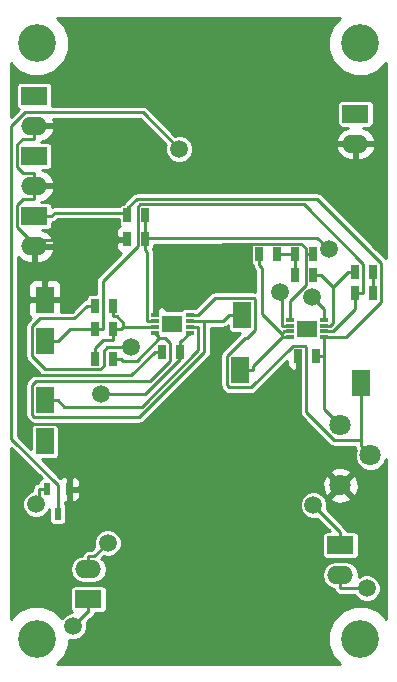
<source format=gbl>
G04 (created by PCBNEW (2013-mar-13)-testing) date Fri 28 Feb 2014 04:48:04 PM CET*
%MOIN*%
G04 Gerber Fmt 3.4, Leading zero omitted, Abs format*
%FSLAX34Y34*%
G01*
G70*
G90*
G04 APERTURE LIST*
%ADD10C,0.005906*%
%ADD11R,0.025000X0.045000*%
%ADD12R,0.086600X0.060000*%
%ADD13O,0.086600X0.060000*%
%ADD14R,0.060000X0.086600*%
%ADD15C,0.070866*%
%ADD16R,0.023600X0.039400*%
%ADD17R,0.029528X0.011811*%
%ADD18R,0.066929X0.055118*%
%ADD19C,0.126000*%
%ADD20C,0.059055*%
%ADD21C,0.011024*%
%ADD22C,0.010000*%
G04 APERTURE END LIST*
G54D10*
G54D11*
X49100Y-22900D03*
X49700Y-22900D03*
X49800Y-26300D03*
X49200Y-26300D03*
X45260Y-26141D03*
X44660Y-26141D03*
G54D12*
X51100Y-18209D03*
G54D13*
X51100Y-19209D03*
G54D12*
X40393Y-17610D03*
G54D13*
X40393Y-18610D03*
G54D12*
X40393Y-19618D03*
G54D13*
X40393Y-20618D03*
G54D12*
X50600Y-32600D03*
G54D13*
X50600Y-33600D03*
G54D12*
X42200Y-34400D03*
G54D13*
X42200Y-33400D03*
G54D14*
X40748Y-29133D03*
X40748Y-27755D03*
X40748Y-24409D03*
G54D12*
X40393Y-21625D03*
G54D13*
X40393Y-22625D03*
G54D14*
X47244Y-26771D03*
X47322Y-24921D03*
X51300Y-27200D03*
X40748Y-25787D03*
G54D11*
X42416Y-25393D03*
X43016Y-25393D03*
X42416Y-24606D03*
X43016Y-24606D03*
X44100Y-21600D03*
X43500Y-21600D03*
X43500Y-22400D03*
X44100Y-22400D03*
X42416Y-26377D03*
X43016Y-26377D03*
X47900Y-22900D03*
X48500Y-22900D03*
X49100Y-23600D03*
X49700Y-23600D03*
X51100Y-23500D03*
X51700Y-23500D03*
X51700Y-24200D03*
X51100Y-24200D03*
G54D15*
X50600Y-28600D03*
X51600Y-29600D03*
X50600Y-30600D03*
G54D16*
X40806Y-30725D03*
X41181Y-31557D03*
X41556Y-30725D03*
G54D17*
X48917Y-25669D03*
X48917Y-25472D03*
X48917Y-25275D03*
X48917Y-25078D03*
X50059Y-25078D03*
X50059Y-25275D03*
X50059Y-25472D03*
X50059Y-25669D03*
G54D18*
X49488Y-25374D03*
G54D17*
X44429Y-25511D03*
X44429Y-25314D03*
X44429Y-25118D03*
X44429Y-24921D03*
X45570Y-24921D03*
X45570Y-25118D03*
X45570Y-25314D03*
X45570Y-25511D03*
G54D18*
X45000Y-25216D03*
G54D19*
X51259Y-35708D03*
X51259Y-15866D03*
X40472Y-15866D03*
X40472Y-35708D03*
G54D20*
X49700Y-31266D03*
X42622Y-27544D03*
X50208Y-22730D03*
X49661Y-24312D03*
X44932Y-24305D03*
X42838Y-32520D03*
X51474Y-34034D03*
X41693Y-35300D03*
X43626Y-26004D03*
X45228Y-19386D03*
X48582Y-24170D03*
X40463Y-31229D03*
G54D21*
X50600Y-32600D02*
X50600Y-32166D01*
X50600Y-32166D02*
X49700Y-31266D01*
X45299Y-25782D02*
X45570Y-25511D01*
X45260Y-25782D02*
X45299Y-25782D01*
X45260Y-26141D02*
X45260Y-25782D01*
X44099Y-27544D02*
X42622Y-27544D01*
X45260Y-26382D02*
X44099Y-27544D01*
X45260Y-26141D02*
X45260Y-26382D01*
X43500Y-21600D02*
X43500Y-21515D01*
X40393Y-21625D02*
X40960Y-21625D01*
X41071Y-21515D02*
X43500Y-21515D01*
X40960Y-21625D02*
X41071Y-21515D01*
X49800Y-26300D02*
X50058Y-26300D01*
X50058Y-28058D02*
X50058Y-26300D01*
X50600Y-28600D02*
X50058Y-28058D01*
X50782Y-25669D02*
X50059Y-25669D01*
X51959Y-24493D02*
X50782Y-25669D01*
X51959Y-23197D02*
X51959Y-24493D01*
X49811Y-21049D02*
X51959Y-23197D01*
X43814Y-21049D02*
X49811Y-21049D01*
X43500Y-21363D02*
X43814Y-21049D01*
X43500Y-21515D02*
X43500Y-21363D01*
X50059Y-26299D02*
X50058Y-26300D01*
X50059Y-25669D02*
X50059Y-26299D01*
X50059Y-24710D02*
X50059Y-25078D01*
X49661Y-24312D02*
X50059Y-24710D01*
X49828Y-22350D02*
X50208Y-22730D01*
X44100Y-22350D02*
X49828Y-22350D01*
X44100Y-22400D02*
X44100Y-22350D01*
X44100Y-22350D02*
X44100Y-21600D01*
X44147Y-22806D02*
X44100Y-22758D01*
X44147Y-25118D02*
X44147Y-22806D01*
X44429Y-25118D02*
X44147Y-25118D01*
X44100Y-22400D02*
X44100Y-22758D01*
X40020Y-20184D02*
X40393Y-20184D01*
X39826Y-19990D02*
X40020Y-20184D01*
X39826Y-19231D02*
X39826Y-19990D01*
X40013Y-19044D02*
X39826Y-19231D01*
X40393Y-19044D02*
X40013Y-19044D01*
X40393Y-18610D02*
X40393Y-19044D01*
X40393Y-20618D02*
X40393Y-20184D01*
X49700Y-22900D02*
X49441Y-22900D01*
X48917Y-24449D02*
X48917Y-25078D01*
X49441Y-23925D02*
X48917Y-24449D01*
X49441Y-22900D02*
X49441Y-23925D01*
X41556Y-30725D02*
X41556Y-30394D01*
X40393Y-22625D02*
X40393Y-22408D01*
X43500Y-22400D02*
X43241Y-22400D01*
X43232Y-22408D02*
X40393Y-22408D01*
X43241Y-22400D02*
X43232Y-22408D01*
X40020Y-21052D02*
X40393Y-21052D01*
X39826Y-21245D02*
X40020Y-21052D01*
X39826Y-21983D02*
X39826Y-21245D01*
X40251Y-22408D02*
X39826Y-21983D01*
X40393Y-22408D02*
X40251Y-22408D01*
X40393Y-20618D02*
X40393Y-21052D01*
X44429Y-24809D02*
X44932Y-24305D01*
X44429Y-24921D02*
X44429Y-24809D01*
X49441Y-22692D02*
X49441Y-22900D01*
X49289Y-22540D02*
X49441Y-22692D01*
X46697Y-22540D02*
X49289Y-22540D01*
X44932Y-24305D02*
X46697Y-22540D01*
X40748Y-24409D02*
X40314Y-24409D01*
X40100Y-24623D02*
X40314Y-24409D01*
X40100Y-26926D02*
X40100Y-24623D01*
X43617Y-26926D02*
X44401Y-26141D01*
X40100Y-26926D02*
X43617Y-26926D01*
X44660Y-26141D02*
X44401Y-26141D01*
X41556Y-30394D02*
X41556Y-29282D01*
X40100Y-28309D02*
X40100Y-26926D01*
X40357Y-28566D02*
X40100Y-28309D01*
X41110Y-28566D02*
X40357Y-28566D01*
X41556Y-29012D02*
X41110Y-28566D01*
X41556Y-29282D02*
X41556Y-29012D01*
X49200Y-29282D02*
X49200Y-26300D01*
X49282Y-29282D02*
X49200Y-29282D01*
X50600Y-30600D02*
X49282Y-29282D01*
X49200Y-29282D02*
X41556Y-29282D01*
X42392Y-32966D02*
X42838Y-32520D01*
X42200Y-32966D02*
X42392Y-32966D01*
X42200Y-33400D02*
X42200Y-32966D01*
X51474Y-34033D02*
X51474Y-34034D01*
X50600Y-34033D02*
X51474Y-34033D01*
X50600Y-33600D02*
X50600Y-34033D01*
X42416Y-26377D02*
X42416Y-26018D01*
X42682Y-25752D02*
X42416Y-26018D01*
X43016Y-25752D02*
X42682Y-25752D01*
X43016Y-25393D02*
X43016Y-25752D01*
X43016Y-25393D02*
X43275Y-25393D01*
X43016Y-24606D02*
X43016Y-24965D01*
X43143Y-24965D02*
X43016Y-24965D01*
X43354Y-25176D02*
X43143Y-24965D01*
X43354Y-25314D02*
X43354Y-25176D01*
X44429Y-25314D02*
X43354Y-25314D01*
X43354Y-25314D02*
X43275Y-25393D01*
X51300Y-27200D02*
X51300Y-27766D01*
X45570Y-24921D02*
X45852Y-24921D01*
X50378Y-29091D02*
X51296Y-29091D01*
X49459Y-28171D02*
X50378Y-29091D01*
X49459Y-25996D02*
X49459Y-28171D01*
X49403Y-25940D02*
X49459Y-25996D01*
X49011Y-25940D02*
X49403Y-25940D01*
X47613Y-27338D02*
X49011Y-25940D01*
X46887Y-27338D02*
X47613Y-27338D01*
X46810Y-27261D02*
X46887Y-27338D01*
X46810Y-26273D02*
X46810Y-27261D01*
X47406Y-25677D02*
X46810Y-26273D01*
X47491Y-25677D02*
X47406Y-25677D01*
X47756Y-25412D02*
X47491Y-25677D01*
X47756Y-24402D02*
X47756Y-25412D01*
X47706Y-24352D02*
X47756Y-24402D01*
X46421Y-24352D02*
X47706Y-24352D01*
X45852Y-24921D02*
X46421Y-24352D01*
X51296Y-29296D02*
X51296Y-29091D01*
X51600Y-29600D02*
X51296Y-29296D01*
X51296Y-27770D02*
X51300Y-27766D01*
X51296Y-29091D02*
X51296Y-27770D01*
X40748Y-27755D02*
X41182Y-27755D01*
X45570Y-25314D02*
X45852Y-25314D01*
X45852Y-26093D02*
X45852Y-25314D01*
X43971Y-27973D02*
X45852Y-26093D01*
X41399Y-27973D02*
X43971Y-27973D01*
X41182Y-27755D02*
X41399Y-27973D01*
X42200Y-34400D02*
X42200Y-34833D01*
X42159Y-34833D02*
X41693Y-35300D01*
X42200Y-34833D02*
X42159Y-34833D01*
X47322Y-24921D02*
X46888Y-24921D01*
X45570Y-25118D02*
X46062Y-25118D01*
X46692Y-25118D02*
X46888Y-24921D01*
X46062Y-25118D02*
X46692Y-25118D01*
X43016Y-26377D02*
X43275Y-26377D01*
X44757Y-25690D02*
X44566Y-25690D01*
X44919Y-25852D02*
X44757Y-25690D01*
X44919Y-26445D02*
X44919Y-25852D01*
X44249Y-27115D02*
X44919Y-26445D01*
X40445Y-27115D02*
X44249Y-27115D01*
X40314Y-27246D02*
X40445Y-27115D01*
X40314Y-28246D02*
X40314Y-27246D01*
X40392Y-28324D02*
X40314Y-28246D01*
X43894Y-28324D02*
X40392Y-28324D01*
X46062Y-26157D02*
X43894Y-28324D01*
X46062Y-25118D02*
X46062Y-26157D01*
X44566Y-25648D02*
X44566Y-25690D01*
X44429Y-25511D02*
X44566Y-25648D01*
X43340Y-26443D02*
X43275Y-26377D01*
X43814Y-26443D02*
X43340Y-26443D01*
X44566Y-25690D02*
X43814Y-26443D01*
X48917Y-25472D02*
X48776Y-25472D01*
X48917Y-25669D02*
X48635Y-25669D01*
X47244Y-26771D02*
X47678Y-26771D01*
X47678Y-26626D02*
X47678Y-26771D01*
X48635Y-25669D02*
X47678Y-26626D01*
X47900Y-22900D02*
X47900Y-23258D01*
X48709Y-25472D02*
X48635Y-25546D01*
X48776Y-25472D02*
X48709Y-25472D01*
X48635Y-25546D02*
X48635Y-25669D01*
X47982Y-23341D02*
X47900Y-23258D01*
X47982Y-24893D02*
X47982Y-23341D01*
X48635Y-25546D02*
X47982Y-24893D01*
X42416Y-24606D02*
X42157Y-24606D01*
X42821Y-26004D02*
X43626Y-26004D01*
X42716Y-26109D02*
X42821Y-26004D01*
X42716Y-26620D02*
X42716Y-26109D01*
X42600Y-26736D02*
X42716Y-26620D01*
X40750Y-26736D02*
X42600Y-26736D01*
X40314Y-26300D02*
X40750Y-26736D01*
X40314Y-25298D02*
X40314Y-26300D01*
X40578Y-25034D02*
X40314Y-25298D01*
X41729Y-25034D02*
X40578Y-25034D01*
X42157Y-24606D02*
X41729Y-25034D01*
X44010Y-18168D02*
X45228Y-19386D01*
X40081Y-18168D02*
X44010Y-18168D01*
X39630Y-18619D02*
X40081Y-18168D01*
X39630Y-29043D02*
X39630Y-18619D01*
X41181Y-30594D02*
X39630Y-29043D01*
X41181Y-31557D02*
X41181Y-30594D01*
X48635Y-24222D02*
X48582Y-24170D01*
X48635Y-25275D02*
X48635Y-24222D01*
X48917Y-25275D02*
X48635Y-25275D01*
X48500Y-22900D02*
X48758Y-22900D01*
X49100Y-23600D02*
X49100Y-22900D01*
X49100Y-22900D02*
X48758Y-22900D01*
X51700Y-24200D02*
X51700Y-23500D01*
X49700Y-23600D02*
X49958Y-23600D01*
X50350Y-23990D02*
X50349Y-23990D01*
X50841Y-23500D02*
X50350Y-23990D01*
X50349Y-25184D02*
X50349Y-23990D01*
X50258Y-25275D02*
X50349Y-25184D01*
X50059Y-25275D02*
X50258Y-25275D01*
X50349Y-23990D02*
X49958Y-23600D01*
X51100Y-23500D02*
X50841Y-23500D01*
X40806Y-30725D02*
X40554Y-30725D01*
X40554Y-31138D02*
X40463Y-31229D01*
X40554Y-30725D02*
X40554Y-31138D01*
X41575Y-25393D02*
X41182Y-25787D01*
X42204Y-25393D02*
X41575Y-25393D01*
X50059Y-25472D02*
X50340Y-25472D01*
X40748Y-25787D02*
X41182Y-25787D01*
X42334Y-25393D02*
X42204Y-25393D01*
X42334Y-25393D02*
X42346Y-25393D01*
X42416Y-25393D02*
X42346Y-25393D01*
X42416Y-25393D02*
X42675Y-25393D01*
X51100Y-24713D02*
X51100Y-24200D01*
X50340Y-25472D02*
X51100Y-24713D01*
X51100Y-24200D02*
X51358Y-24200D01*
X51358Y-23214D02*
X51358Y-24200D01*
X49383Y-21238D02*
X51358Y-23214D01*
X43909Y-21238D02*
X49383Y-21238D01*
X43840Y-21307D02*
X43909Y-21238D01*
X43840Y-22617D02*
X43840Y-21307D01*
X42675Y-23782D02*
X43840Y-22617D01*
X42675Y-25393D02*
X42675Y-23782D01*
G54D10*
G36*
X43557Y-22450D02*
X43550Y-22450D01*
X43550Y-22457D01*
X43450Y-22457D01*
X43450Y-22450D01*
X43187Y-22450D01*
X43125Y-22512D01*
X43125Y-22575D01*
X43125Y-22674D01*
X43163Y-22766D01*
X43233Y-22836D01*
X43284Y-22858D01*
X42517Y-23624D01*
X42469Y-23697D01*
X42466Y-23711D01*
X42452Y-23782D01*
X42452Y-23782D01*
X42452Y-24213D01*
X42258Y-24213D01*
X42196Y-24238D01*
X42149Y-24286D01*
X42123Y-24347D01*
X42123Y-24389D01*
X42086Y-24397D01*
X42072Y-24400D01*
X41999Y-24448D01*
X41999Y-24448D01*
X41636Y-24811D01*
X41298Y-24811D01*
X41298Y-24792D01*
X41298Y-24521D01*
X41298Y-24296D01*
X41298Y-24026D01*
X41298Y-23926D01*
X41259Y-23834D01*
X41189Y-23764D01*
X41097Y-23726D01*
X41059Y-23726D01*
X41059Y-22761D01*
X41011Y-22675D01*
X40443Y-22675D01*
X40443Y-23175D01*
X40576Y-23175D01*
X40783Y-23114D01*
X40950Y-22979D01*
X41053Y-22790D01*
X41059Y-22761D01*
X41059Y-23726D01*
X40860Y-23726D01*
X40798Y-23788D01*
X40798Y-24359D01*
X41235Y-24359D01*
X41298Y-24296D01*
X41298Y-24521D01*
X41235Y-24459D01*
X40798Y-24459D01*
X40798Y-24467D01*
X40698Y-24467D01*
X40698Y-24459D01*
X40698Y-24359D01*
X40698Y-23788D01*
X40635Y-23726D01*
X40398Y-23726D01*
X40306Y-23764D01*
X40236Y-23834D01*
X40198Y-23926D01*
X40198Y-24026D01*
X40198Y-24296D01*
X40260Y-24359D01*
X40698Y-24359D01*
X40698Y-24459D01*
X40260Y-24459D01*
X40198Y-24521D01*
X40198Y-24792D01*
X40198Y-24892D01*
X40236Y-24984D01*
X40274Y-25022D01*
X40156Y-25141D01*
X40107Y-25213D01*
X40104Y-25227D01*
X40090Y-25298D01*
X40090Y-25298D01*
X40090Y-26300D01*
X40090Y-26300D01*
X40104Y-26371D01*
X40107Y-26386D01*
X40156Y-26458D01*
X40589Y-26891D01*
X40445Y-26891D01*
X40445Y-26891D01*
X40374Y-26906D01*
X40360Y-26908D01*
X40287Y-26957D01*
X40156Y-27088D01*
X40107Y-27161D01*
X40104Y-27175D01*
X40090Y-27246D01*
X40090Y-27246D01*
X40090Y-28246D01*
X40090Y-28246D01*
X40104Y-28317D01*
X40107Y-28331D01*
X40156Y-28403D01*
X40234Y-28482D01*
X40234Y-28482D01*
X40306Y-28530D01*
X40383Y-28545D01*
X40352Y-28558D01*
X40305Y-28605D01*
X40279Y-28667D01*
X40279Y-28734D01*
X40279Y-29377D01*
X39853Y-28950D01*
X39853Y-22993D01*
X40004Y-23114D01*
X40210Y-23175D01*
X40343Y-23175D01*
X40343Y-22675D01*
X40335Y-22675D01*
X40335Y-22575D01*
X40343Y-22575D01*
X40343Y-22568D01*
X40443Y-22568D01*
X40443Y-22575D01*
X41011Y-22575D01*
X41059Y-22490D01*
X41053Y-22461D01*
X40950Y-22272D01*
X40783Y-22136D01*
X40638Y-22094D01*
X40860Y-22094D01*
X40921Y-22068D01*
X40969Y-22021D01*
X40994Y-21959D01*
X40994Y-21892D01*
X40994Y-21842D01*
X40994Y-21842D01*
X41031Y-21835D01*
X41046Y-21832D01*
X41046Y-21832D01*
X41118Y-21783D01*
X41163Y-21738D01*
X43206Y-21738D01*
X43206Y-21858D01*
X43232Y-21920D01*
X43263Y-21950D01*
X43233Y-21963D01*
X43163Y-22033D01*
X43125Y-22125D01*
X43125Y-22224D01*
X43125Y-22287D01*
X43187Y-22350D01*
X43450Y-22350D01*
X43450Y-22342D01*
X43550Y-22342D01*
X43550Y-22350D01*
X43557Y-22350D01*
X43557Y-22450D01*
X43557Y-22450D01*
G37*
G54D22*
X43557Y-22450D02*
X43550Y-22450D01*
X43550Y-22457D01*
X43450Y-22457D01*
X43450Y-22450D01*
X43187Y-22450D01*
X43125Y-22512D01*
X43125Y-22575D01*
X43125Y-22674D01*
X43163Y-22766D01*
X43233Y-22836D01*
X43284Y-22858D01*
X42517Y-23624D01*
X42469Y-23697D01*
X42466Y-23711D01*
X42452Y-23782D01*
X42452Y-23782D01*
X42452Y-24213D01*
X42258Y-24213D01*
X42196Y-24238D01*
X42149Y-24286D01*
X42123Y-24347D01*
X42123Y-24389D01*
X42086Y-24397D01*
X42072Y-24400D01*
X41999Y-24448D01*
X41999Y-24448D01*
X41636Y-24811D01*
X41298Y-24811D01*
X41298Y-24792D01*
X41298Y-24521D01*
X41298Y-24296D01*
X41298Y-24026D01*
X41298Y-23926D01*
X41259Y-23834D01*
X41189Y-23764D01*
X41097Y-23726D01*
X41059Y-23726D01*
X41059Y-22761D01*
X41011Y-22675D01*
X40443Y-22675D01*
X40443Y-23175D01*
X40576Y-23175D01*
X40783Y-23114D01*
X40950Y-22979D01*
X41053Y-22790D01*
X41059Y-22761D01*
X41059Y-23726D01*
X40860Y-23726D01*
X40798Y-23788D01*
X40798Y-24359D01*
X41235Y-24359D01*
X41298Y-24296D01*
X41298Y-24521D01*
X41235Y-24459D01*
X40798Y-24459D01*
X40798Y-24467D01*
X40698Y-24467D01*
X40698Y-24459D01*
X40698Y-24359D01*
X40698Y-23788D01*
X40635Y-23726D01*
X40398Y-23726D01*
X40306Y-23764D01*
X40236Y-23834D01*
X40198Y-23926D01*
X40198Y-24026D01*
X40198Y-24296D01*
X40260Y-24359D01*
X40698Y-24359D01*
X40698Y-24459D01*
X40260Y-24459D01*
X40198Y-24521D01*
X40198Y-24792D01*
X40198Y-24892D01*
X40236Y-24984D01*
X40274Y-25022D01*
X40156Y-25141D01*
X40107Y-25213D01*
X40104Y-25227D01*
X40090Y-25298D01*
X40090Y-25298D01*
X40090Y-26300D01*
X40090Y-26300D01*
X40104Y-26371D01*
X40107Y-26386D01*
X40156Y-26458D01*
X40589Y-26891D01*
X40445Y-26891D01*
X40445Y-26891D01*
X40374Y-26906D01*
X40360Y-26908D01*
X40287Y-26957D01*
X40156Y-27088D01*
X40107Y-27161D01*
X40104Y-27175D01*
X40090Y-27246D01*
X40090Y-27246D01*
X40090Y-28246D01*
X40090Y-28246D01*
X40104Y-28317D01*
X40107Y-28331D01*
X40156Y-28403D01*
X40234Y-28482D01*
X40234Y-28482D01*
X40306Y-28530D01*
X40383Y-28545D01*
X40352Y-28558D01*
X40305Y-28605D01*
X40279Y-28667D01*
X40279Y-28734D01*
X40279Y-29377D01*
X39853Y-28950D01*
X39853Y-22993D01*
X40004Y-23114D01*
X40210Y-23175D01*
X40343Y-23175D01*
X40343Y-22675D01*
X40335Y-22675D01*
X40335Y-22575D01*
X40343Y-22575D01*
X40343Y-22568D01*
X40443Y-22568D01*
X40443Y-22575D01*
X41011Y-22575D01*
X41059Y-22490D01*
X41053Y-22461D01*
X40950Y-22272D01*
X40783Y-22136D01*
X40638Y-22094D01*
X40860Y-22094D01*
X40921Y-22068D01*
X40969Y-22021D01*
X40994Y-21959D01*
X40994Y-21892D01*
X40994Y-21842D01*
X40994Y-21842D01*
X41031Y-21835D01*
X41046Y-21832D01*
X41046Y-21832D01*
X41118Y-21783D01*
X41163Y-21738D01*
X43206Y-21738D01*
X43206Y-21858D01*
X43232Y-21920D01*
X43263Y-21950D01*
X43233Y-21963D01*
X43163Y-22033D01*
X43125Y-22125D01*
X43125Y-22224D01*
X43125Y-22287D01*
X43187Y-22350D01*
X43450Y-22350D01*
X43450Y-22342D01*
X43550Y-22342D01*
X43550Y-22350D01*
X43557Y-22350D01*
X43557Y-22450D01*
G54D10*
G36*
X44696Y-26199D02*
X44610Y-26199D01*
X44610Y-26191D01*
X44602Y-26191D01*
X44602Y-26091D01*
X44610Y-26091D01*
X44610Y-26083D01*
X44696Y-26083D01*
X44696Y-26199D01*
X44696Y-26199D01*
G37*
G54D22*
X44696Y-26199D02*
X44610Y-26199D01*
X44610Y-26191D01*
X44602Y-26191D01*
X44602Y-26091D01*
X44610Y-26091D01*
X44610Y-26083D01*
X44696Y-26083D01*
X44696Y-26199D01*
G54D10*
G36*
X47759Y-24139D02*
X47706Y-24128D01*
X47706Y-24128D01*
X46421Y-24128D01*
X46421Y-24128D01*
X46350Y-24143D01*
X46336Y-24145D01*
X46263Y-24194D01*
X46263Y-24194D01*
X45760Y-24697D01*
X45751Y-24694D01*
X45685Y-24694D01*
X45389Y-24694D01*
X45328Y-24719D01*
X45280Y-24766D01*
X45278Y-24772D01*
X44810Y-24772D01*
X44788Y-24720D01*
X44718Y-24650D01*
X44626Y-24612D01*
X44541Y-24612D01*
X44479Y-24674D01*
X44479Y-24890D01*
X44379Y-24890D01*
X44379Y-24674D01*
X44370Y-24666D01*
X44370Y-22806D01*
X44370Y-22806D01*
X44370Y-22806D01*
X44355Y-22731D01*
X44367Y-22720D01*
X44393Y-22658D01*
X44393Y-22591D01*
X44393Y-22573D01*
X47639Y-22573D01*
X47632Y-22579D01*
X47606Y-22641D01*
X47606Y-22708D01*
X47606Y-23158D01*
X47632Y-23220D01*
X47678Y-23265D01*
X47690Y-23330D01*
X47693Y-23344D01*
X47742Y-23416D01*
X47759Y-23433D01*
X47759Y-24139D01*
X47759Y-24139D01*
G37*
G54D22*
X47759Y-24139D02*
X47706Y-24128D01*
X47706Y-24128D01*
X46421Y-24128D01*
X46421Y-24128D01*
X46350Y-24143D01*
X46336Y-24145D01*
X46263Y-24194D01*
X46263Y-24194D01*
X45760Y-24697D01*
X45751Y-24694D01*
X45685Y-24694D01*
X45389Y-24694D01*
X45328Y-24719D01*
X45280Y-24766D01*
X45278Y-24772D01*
X44810Y-24772D01*
X44788Y-24720D01*
X44718Y-24650D01*
X44626Y-24612D01*
X44541Y-24612D01*
X44479Y-24674D01*
X44479Y-24890D01*
X44379Y-24890D01*
X44379Y-24674D01*
X44370Y-24666D01*
X44370Y-22806D01*
X44370Y-22806D01*
X44370Y-22806D01*
X44355Y-22731D01*
X44367Y-22720D01*
X44393Y-22658D01*
X44393Y-22591D01*
X44393Y-22573D01*
X47639Y-22573D01*
X47632Y-22579D01*
X47606Y-22641D01*
X47606Y-22708D01*
X47606Y-23158D01*
X47632Y-23220D01*
X47678Y-23265D01*
X47690Y-23330D01*
X47693Y-23344D01*
X47742Y-23416D01*
X47759Y-23433D01*
X47759Y-24139D01*
G54D10*
G36*
X49757Y-22950D02*
X49750Y-22950D01*
X49750Y-22957D01*
X49650Y-22957D01*
X49650Y-22950D01*
X49642Y-22950D01*
X49642Y-22850D01*
X49650Y-22850D01*
X49650Y-22842D01*
X49750Y-22842D01*
X49750Y-22850D01*
X49756Y-22850D01*
X49757Y-22852D01*
X49757Y-22950D01*
X49757Y-22950D01*
G37*
G54D22*
X49757Y-22950D02*
X49750Y-22950D01*
X49750Y-22957D01*
X49650Y-22957D01*
X49650Y-22950D01*
X49642Y-22950D01*
X49642Y-22850D01*
X49650Y-22850D01*
X49650Y-22842D01*
X49750Y-22842D01*
X49750Y-22850D01*
X49756Y-22850D01*
X49757Y-22852D01*
X49757Y-22950D01*
G54D10*
G36*
X52115Y-23038D02*
X51766Y-22688D01*
X51766Y-19344D01*
X51766Y-19074D01*
X51760Y-19045D01*
X51657Y-18855D01*
X51489Y-18720D01*
X51344Y-18677D01*
X51566Y-18677D01*
X51628Y-18651D01*
X51675Y-18604D01*
X51701Y-18542D01*
X51701Y-18476D01*
X51701Y-17876D01*
X51675Y-17814D01*
X51628Y-17766D01*
X51566Y-17741D01*
X51499Y-17741D01*
X50633Y-17741D01*
X50571Y-17766D01*
X50524Y-17814D01*
X50498Y-17876D01*
X50498Y-17942D01*
X50498Y-18542D01*
X50524Y-18604D01*
X50571Y-18651D01*
X50633Y-18677D01*
X50700Y-18677D01*
X50855Y-18677D01*
X50710Y-18720D01*
X50542Y-18855D01*
X50439Y-19045D01*
X50433Y-19074D01*
X50482Y-19159D01*
X51050Y-19159D01*
X51050Y-19151D01*
X51150Y-19151D01*
X51150Y-19159D01*
X51717Y-19159D01*
X51766Y-19074D01*
X51766Y-19344D01*
X51717Y-19259D01*
X51150Y-19259D01*
X51150Y-19759D01*
X51283Y-19759D01*
X51489Y-19698D01*
X51657Y-19563D01*
X51760Y-19373D01*
X51766Y-19344D01*
X51766Y-22688D01*
X51050Y-21972D01*
X51050Y-19759D01*
X51050Y-19259D01*
X50482Y-19259D01*
X50433Y-19344D01*
X50439Y-19373D01*
X50542Y-19563D01*
X50710Y-19698D01*
X50917Y-19759D01*
X51050Y-19759D01*
X51050Y-21972D01*
X49969Y-20891D01*
X49896Y-20843D01*
X49882Y-20840D01*
X49811Y-20826D01*
X49811Y-20826D01*
X43814Y-20826D01*
X43814Y-20826D01*
X43742Y-20840D01*
X43728Y-20843D01*
X43656Y-20891D01*
X43656Y-20891D01*
X43342Y-21206D01*
X43341Y-21206D01*
X43341Y-21206D01*
X43279Y-21232D01*
X43232Y-21279D01*
X43227Y-21292D01*
X41071Y-21292D01*
X40994Y-21307D01*
X40994Y-21292D01*
X40969Y-21230D01*
X40921Y-21183D01*
X40860Y-21157D01*
X40793Y-21157D01*
X40611Y-21157D01*
X40783Y-21107D01*
X40950Y-20971D01*
X41053Y-20782D01*
X41059Y-20753D01*
X41011Y-20668D01*
X40443Y-20668D01*
X40443Y-20675D01*
X40343Y-20675D01*
X40343Y-20668D01*
X40335Y-20668D01*
X40335Y-20568D01*
X40343Y-20568D01*
X40343Y-20560D01*
X40443Y-20560D01*
X40443Y-20568D01*
X41011Y-20568D01*
X41059Y-20483D01*
X41053Y-20453D01*
X40950Y-20264D01*
X40783Y-20129D01*
X40638Y-20086D01*
X40860Y-20086D01*
X40921Y-20060D01*
X40969Y-20013D01*
X40994Y-19951D01*
X40994Y-19884D01*
X40994Y-19284D01*
X40969Y-19222D01*
X40921Y-19175D01*
X40860Y-19150D01*
X40793Y-19150D01*
X40611Y-19150D01*
X40783Y-19099D01*
X40950Y-18963D01*
X41053Y-18774D01*
X41059Y-18745D01*
X41011Y-18660D01*
X40443Y-18660D01*
X40443Y-18668D01*
X40343Y-18668D01*
X40343Y-18660D01*
X40335Y-18660D01*
X40335Y-18560D01*
X40343Y-18560D01*
X40343Y-18552D01*
X40443Y-18552D01*
X40443Y-18560D01*
X41011Y-18560D01*
X41059Y-18475D01*
X41053Y-18445D01*
X41024Y-18391D01*
X43917Y-18391D01*
X44781Y-19255D01*
X44765Y-19294D01*
X44765Y-19478D01*
X44835Y-19648D01*
X44965Y-19779D01*
X45136Y-19850D01*
X45320Y-19850D01*
X45490Y-19779D01*
X45621Y-19649D01*
X45692Y-19479D01*
X45692Y-19295D01*
X45621Y-19124D01*
X45491Y-18994D01*
X45321Y-18923D01*
X45136Y-18923D01*
X45097Y-18939D01*
X44168Y-18010D01*
X44095Y-17962D01*
X44081Y-17959D01*
X44010Y-17945D01*
X44010Y-17945D01*
X40994Y-17945D01*
X40994Y-17943D01*
X40994Y-17876D01*
X40994Y-17276D01*
X40969Y-17215D01*
X40921Y-17167D01*
X40860Y-17142D01*
X40793Y-17142D01*
X39927Y-17142D01*
X39865Y-17167D01*
X39818Y-17215D01*
X39792Y-17276D01*
X39792Y-17343D01*
X39792Y-17943D01*
X39818Y-18005D01*
X39865Y-18052D01*
X39876Y-18057D01*
X39616Y-18316D01*
X39616Y-16529D01*
X39863Y-16776D01*
X40257Y-16939D01*
X40685Y-16940D01*
X41080Y-16777D01*
X41382Y-16475D01*
X41546Y-16080D01*
X41546Y-15653D01*
X41383Y-15258D01*
X41135Y-15010D01*
X50596Y-15010D01*
X50349Y-15256D01*
X50186Y-15651D01*
X50185Y-16078D01*
X50348Y-16473D01*
X50650Y-16776D01*
X51045Y-16939D01*
X51472Y-16940D01*
X51867Y-16777D01*
X52115Y-16529D01*
X52115Y-23038D01*
X52115Y-23038D01*
G37*
G54D22*
X52115Y-23038D02*
X51766Y-22688D01*
X51766Y-19344D01*
X51766Y-19074D01*
X51760Y-19045D01*
X51657Y-18855D01*
X51489Y-18720D01*
X51344Y-18677D01*
X51566Y-18677D01*
X51628Y-18651D01*
X51675Y-18604D01*
X51701Y-18542D01*
X51701Y-18476D01*
X51701Y-17876D01*
X51675Y-17814D01*
X51628Y-17766D01*
X51566Y-17741D01*
X51499Y-17741D01*
X50633Y-17741D01*
X50571Y-17766D01*
X50524Y-17814D01*
X50498Y-17876D01*
X50498Y-17942D01*
X50498Y-18542D01*
X50524Y-18604D01*
X50571Y-18651D01*
X50633Y-18677D01*
X50700Y-18677D01*
X50855Y-18677D01*
X50710Y-18720D01*
X50542Y-18855D01*
X50439Y-19045D01*
X50433Y-19074D01*
X50482Y-19159D01*
X51050Y-19159D01*
X51050Y-19151D01*
X51150Y-19151D01*
X51150Y-19159D01*
X51717Y-19159D01*
X51766Y-19074D01*
X51766Y-19344D01*
X51717Y-19259D01*
X51150Y-19259D01*
X51150Y-19759D01*
X51283Y-19759D01*
X51489Y-19698D01*
X51657Y-19563D01*
X51760Y-19373D01*
X51766Y-19344D01*
X51766Y-22688D01*
X51050Y-21972D01*
X51050Y-19759D01*
X51050Y-19259D01*
X50482Y-19259D01*
X50433Y-19344D01*
X50439Y-19373D01*
X50542Y-19563D01*
X50710Y-19698D01*
X50917Y-19759D01*
X51050Y-19759D01*
X51050Y-21972D01*
X49969Y-20891D01*
X49896Y-20843D01*
X49882Y-20840D01*
X49811Y-20826D01*
X49811Y-20826D01*
X43814Y-20826D01*
X43814Y-20826D01*
X43742Y-20840D01*
X43728Y-20843D01*
X43656Y-20891D01*
X43656Y-20891D01*
X43342Y-21206D01*
X43341Y-21206D01*
X43341Y-21206D01*
X43279Y-21232D01*
X43232Y-21279D01*
X43227Y-21292D01*
X41071Y-21292D01*
X40994Y-21307D01*
X40994Y-21292D01*
X40969Y-21230D01*
X40921Y-21183D01*
X40860Y-21157D01*
X40793Y-21157D01*
X40611Y-21157D01*
X40783Y-21107D01*
X40950Y-20971D01*
X41053Y-20782D01*
X41059Y-20753D01*
X41011Y-20668D01*
X40443Y-20668D01*
X40443Y-20675D01*
X40343Y-20675D01*
X40343Y-20668D01*
X40335Y-20668D01*
X40335Y-20568D01*
X40343Y-20568D01*
X40343Y-20560D01*
X40443Y-20560D01*
X40443Y-20568D01*
X41011Y-20568D01*
X41059Y-20483D01*
X41053Y-20453D01*
X40950Y-20264D01*
X40783Y-20129D01*
X40638Y-20086D01*
X40860Y-20086D01*
X40921Y-20060D01*
X40969Y-20013D01*
X40994Y-19951D01*
X40994Y-19884D01*
X40994Y-19284D01*
X40969Y-19222D01*
X40921Y-19175D01*
X40860Y-19150D01*
X40793Y-19150D01*
X40611Y-19150D01*
X40783Y-19099D01*
X40950Y-18963D01*
X41053Y-18774D01*
X41059Y-18745D01*
X41011Y-18660D01*
X40443Y-18660D01*
X40443Y-18668D01*
X40343Y-18668D01*
X40343Y-18660D01*
X40335Y-18660D01*
X40335Y-18560D01*
X40343Y-18560D01*
X40343Y-18552D01*
X40443Y-18552D01*
X40443Y-18560D01*
X41011Y-18560D01*
X41059Y-18475D01*
X41053Y-18445D01*
X41024Y-18391D01*
X43917Y-18391D01*
X44781Y-19255D01*
X44765Y-19294D01*
X44765Y-19478D01*
X44835Y-19648D01*
X44965Y-19779D01*
X45136Y-19850D01*
X45320Y-19850D01*
X45490Y-19779D01*
X45621Y-19649D01*
X45692Y-19479D01*
X45692Y-19295D01*
X45621Y-19124D01*
X45491Y-18994D01*
X45321Y-18923D01*
X45136Y-18923D01*
X45097Y-18939D01*
X44168Y-18010D01*
X44095Y-17962D01*
X44081Y-17959D01*
X44010Y-17945D01*
X44010Y-17945D01*
X40994Y-17945D01*
X40994Y-17943D01*
X40994Y-17876D01*
X40994Y-17276D01*
X40969Y-17215D01*
X40921Y-17167D01*
X40860Y-17142D01*
X40793Y-17142D01*
X39927Y-17142D01*
X39865Y-17167D01*
X39818Y-17215D01*
X39792Y-17276D01*
X39792Y-17343D01*
X39792Y-17943D01*
X39818Y-18005D01*
X39865Y-18052D01*
X39876Y-18057D01*
X39616Y-18316D01*
X39616Y-16529D01*
X39863Y-16776D01*
X40257Y-16939D01*
X40685Y-16940D01*
X41080Y-16777D01*
X41382Y-16475D01*
X41546Y-16080D01*
X41546Y-15653D01*
X41383Y-15258D01*
X41135Y-15010D01*
X50596Y-15010D01*
X50349Y-15256D01*
X50186Y-15651D01*
X50185Y-16078D01*
X50348Y-16473D01*
X50650Y-16776D01*
X51045Y-16939D01*
X51472Y-16940D01*
X51867Y-16777D01*
X52115Y-16529D01*
X52115Y-23038D01*
G54D10*
G36*
X52115Y-35045D02*
X51938Y-34868D01*
X51938Y-33942D01*
X51867Y-33772D01*
X51737Y-33641D01*
X51567Y-33571D01*
X51382Y-33571D01*
X51212Y-33641D01*
X51202Y-33651D01*
X51212Y-33600D01*
X51208Y-33579D01*
X51208Y-30694D01*
X51198Y-30454D01*
X51126Y-30279D01*
X51025Y-30245D01*
X50954Y-30316D01*
X50954Y-30174D01*
X50920Y-30073D01*
X50694Y-29991D01*
X50454Y-30001D01*
X50279Y-30073D01*
X50245Y-30174D01*
X50600Y-30529D01*
X50954Y-30174D01*
X50954Y-30316D01*
X50670Y-30600D01*
X51025Y-30954D01*
X51126Y-30920D01*
X51208Y-30694D01*
X51208Y-33579D01*
X51201Y-33540D01*
X51201Y-32933D01*
X51201Y-32866D01*
X51201Y-32266D01*
X51175Y-32204D01*
X51128Y-32157D01*
X51066Y-32131D01*
X50999Y-32131D01*
X50954Y-32131D01*
X50954Y-31025D01*
X50600Y-30670D01*
X50529Y-30741D01*
X50529Y-30600D01*
X50174Y-30245D01*
X50073Y-30279D01*
X49991Y-30505D01*
X50001Y-30745D01*
X50073Y-30920D01*
X50174Y-30954D01*
X50529Y-30600D01*
X50529Y-30741D01*
X50245Y-31025D01*
X50279Y-31126D01*
X50505Y-31208D01*
X50745Y-31198D01*
X50920Y-31126D01*
X50954Y-31025D01*
X50954Y-32131D01*
X50816Y-32131D01*
X50806Y-32080D01*
X50757Y-32008D01*
X50757Y-32008D01*
X50147Y-31397D01*
X50163Y-31358D01*
X50163Y-31174D01*
X50093Y-31003D01*
X49962Y-30873D01*
X49792Y-30802D01*
X49608Y-30802D01*
X49437Y-30872D01*
X49307Y-31003D01*
X49236Y-31173D01*
X49236Y-31357D01*
X49306Y-31528D01*
X49437Y-31658D01*
X49607Y-31729D01*
X49791Y-31729D01*
X49831Y-31713D01*
X50250Y-32131D01*
X50133Y-32131D01*
X50071Y-32157D01*
X50024Y-32204D01*
X49998Y-32266D01*
X49998Y-32333D01*
X49998Y-32933D01*
X50024Y-32995D01*
X50071Y-33042D01*
X50133Y-33068D01*
X50200Y-33068D01*
X51066Y-33068D01*
X51128Y-33042D01*
X51175Y-32995D01*
X51201Y-32933D01*
X51201Y-33540D01*
X51177Y-33420D01*
X51075Y-33268D01*
X50923Y-33167D01*
X50744Y-33131D01*
X50455Y-33131D01*
X50276Y-33167D01*
X50124Y-33268D01*
X50022Y-33420D01*
X49987Y-33600D01*
X50022Y-33779D01*
X50124Y-33931D01*
X50276Y-34032D01*
X50380Y-34053D01*
X50393Y-34119D01*
X50442Y-34191D01*
X50514Y-34240D01*
X50600Y-34257D01*
X51065Y-34257D01*
X51081Y-34296D01*
X51211Y-34427D01*
X51382Y-34497D01*
X51566Y-34498D01*
X51736Y-34427D01*
X51867Y-34297D01*
X51938Y-34127D01*
X51938Y-33942D01*
X51938Y-34868D01*
X51869Y-34798D01*
X51474Y-34634D01*
X51047Y-34634D01*
X50652Y-34797D01*
X50349Y-35099D01*
X50186Y-35494D01*
X50185Y-35921D01*
X50348Y-36316D01*
X50596Y-36564D01*
X43301Y-36564D01*
X43301Y-32428D01*
X43231Y-32257D01*
X43100Y-32127D01*
X42930Y-32056D01*
X42746Y-32056D01*
X42575Y-32127D01*
X42445Y-32257D01*
X42374Y-32427D01*
X42374Y-32611D01*
X42391Y-32651D01*
X42299Y-32742D01*
X42200Y-32742D01*
X42114Y-32759D01*
X42042Y-32808D01*
X41993Y-32880D01*
X41980Y-32946D01*
X41924Y-32957D01*
X41924Y-30972D01*
X41924Y-30873D01*
X41924Y-30838D01*
X41924Y-30613D01*
X41924Y-30578D01*
X41924Y-30479D01*
X41886Y-30387D01*
X41815Y-30316D01*
X41723Y-30278D01*
X41668Y-30278D01*
X41606Y-30341D01*
X41606Y-30675D01*
X41861Y-30675D01*
X41924Y-30613D01*
X41924Y-30838D01*
X41861Y-30775D01*
X41606Y-30775D01*
X41606Y-31110D01*
X41668Y-31172D01*
X41723Y-31172D01*
X41815Y-31134D01*
X41886Y-31064D01*
X41924Y-30972D01*
X41924Y-32957D01*
X41876Y-32967D01*
X41724Y-33068D01*
X41622Y-33220D01*
X41587Y-33400D01*
X41622Y-33579D01*
X41724Y-33731D01*
X41876Y-33832D01*
X42055Y-33868D01*
X42344Y-33868D01*
X42523Y-33832D01*
X42675Y-33731D01*
X42777Y-33579D01*
X42812Y-33400D01*
X42777Y-33220D01*
X42675Y-33068D01*
X42633Y-33040D01*
X42706Y-32967D01*
X42745Y-32983D01*
X42929Y-32983D01*
X43100Y-32913D01*
X43230Y-32782D01*
X43301Y-32612D01*
X43301Y-32428D01*
X43301Y-36564D01*
X41135Y-36564D01*
X41382Y-36317D01*
X41546Y-35923D01*
X41546Y-35740D01*
X41600Y-35763D01*
X41785Y-35763D01*
X41955Y-35693D01*
X42086Y-35563D01*
X42156Y-35392D01*
X42156Y-35208D01*
X42140Y-35168D01*
X42265Y-35044D01*
X42285Y-35040D01*
X42357Y-34991D01*
X42406Y-34919D01*
X42416Y-34868D01*
X42666Y-34868D01*
X42728Y-34842D01*
X42775Y-34795D01*
X42801Y-34733D01*
X42801Y-34666D01*
X42801Y-34066D01*
X42775Y-34004D01*
X42728Y-33957D01*
X42666Y-33931D01*
X42599Y-33931D01*
X41733Y-33931D01*
X41671Y-33957D01*
X41624Y-34004D01*
X41598Y-34066D01*
X41598Y-34133D01*
X41598Y-34733D01*
X41624Y-34795D01*
X41666Y-34836D01*
X41601Y-34836D01*
X41431Y-34907D01*
X41310Y-35027D01*
X41081Y-34798D01*
X40687Y-34634D01*
X40259Y-34634D01*
X39864Y-34797D01*
X39616Y-35045D01*
X39616Y-29345D01*
X40638Y-30367D01*
X40592Y-30386D01*
X40545Y-30433D01*
X40519Y-30495D01*
X40519Y-30509D01*
X40468Y-30519D01*
X40396Y-30567D01*
X40347Y-30640D01*
X40330Y-30725D01*
X40330Y-30782D01*
X40201Y-30836D01*
X40070Y-30966D01*
X40000Y-31136D01*
X39999Y-31321D01*
X40070Y-31491D01*
X40200Y-31621D01*
X40370Y-31692D01*
X40555Y-31692D01*
X40725Y-31622D01*
X40856Y-31492D01*
X40894Y-31398D01*
X40894Y-31788D01*
X40920Y-31849D01*
X40967Y-31897D01*
X41029Y-31922D01*
X41096Y-31922D01*
X41332Y-31922D01*
X41394Y-31897D01*
X41441Y-31849D01*
X41467Y-31788D01*
X41467Y-31721D01*
X41467Y-31327D01*
X41441Y-31265D01*
X41404Y-31228D01*
X41404Y-31172D01*
X41443Y-31172D01*
X41506Y-31110D01*
X41506Y-30775D01*
X41498Y-30775D01*
X41498Y-30675D01*
X41506Y-30675D01*
X41506Y-30341D01*
X41443Y-30278D01*
X41388Y-30278D01*
X41296Y-30316D01*
X41257Y-30355D01*
X40637Y-29734D01*
X41081Y-29734D01*
X41143Y-29709D01*
X41190Y-29662D01*
X41216Y-29600D01*
X41216Y-29533D01*
X41216Y-28667D01*
X41190Y-28605D01*
X41143Y-28558D01*
X41117Y-28547D01*
X43894Y-28547D01*
X43894Y-28547D01*
X43894Y-28547D01*
X43966Y-28533D01*
X43980Y-28530D01*
X43980Y-28530D01*
X44052Y-28482D01*
X46220Y-26314D01*
X46220Y-26314D01*
X46220Y-26314D01*
X46268Y-26242D01*
X46268Y-26242D01*
X46271Y-26228D01*
X46285Y-26157D01*
X46285Y-26157D01*
X46285Y-26157D01*
X46285Y-25341D01*
X46692Y-25341D01*
X46692Y-25341D01*
X46692Y-25341D01*
X46763Y-25327D01*
X46777Y-25324D01*
X46777Y-25324D01*
X46849Y-25275D01*
X46854Y-25271D01*
X46854Y-25387D01*
X46880Y-25449D01*
X46927Y-25496D01*
X46989Y-25522D01*
X47056Y-25522D01*
X47245Y-25522D01*
X46652Y-26116D01*
X46603Y-26188D01*
X46601Y-26202D01*
X46586Y-26273D01*
X46586Y-26273D01*
X46586Y-27261D01*
X46586Y-27261D01*
X46601Y-27332D01*
X46603Y-27347D01*
X46652Y-27419D01*
X46729Y-27496D01*
X46729Y-27496D01*
X46801Y-27544D01*
X46887Y-27561D01*
X47613Y-27561D01*
X47613Y-27561D01*
X47613Y-27561D01*
X47684Y-27547D01*
X47699Y-27544D01*
X47699Y-27544D01*
X47771Y-27496D01*
X48825Y-26443D01*
X48825Y-26475D01*
X48825Y-26574D01*
X48863Y-26666D01*
X48933Y-26736D01*
X49025Y-26775D01*
X49087Y-26775D01*
X49150Y-26712D01*
X49150Y-26350D01*
X49142Y-26350D01*
X49142Y-26250D01*
X49150Y-26250D01*
X49150Y-26242D01*
X49235Y-26242D01*
X49235Y-28171D01*
X49235Y-28171D01*
X49249Y-28242D01*
X49252Y-28257D01*
X49301Y-28329D01*
X50220Y-29249D01*
X50220Y-29249D01*
X50293Y-29297D01*
X50293Y-29297D01*
X50307Y-29300D01*
X50378Y-29314D01*
X50378Y-29314D01*
X50378Y-29314D01*
X51077Y-29314D01*
X51087Y-29368D01*
X51090Y-29382D01*
X51111Y-29413D01*
X51077Y-29495D01*
X51077Y-29703D01*
X51156Y-29895D01*
X51303Y-30042D01*
X51495Y-30122D01*
X51703Y-30122D01*
X51895Y-30043D01*
X52042Y-29896D01*
X52115Y-29721D01*
X52115Y-35045D01*
X52115Y-35045D01*
G37*
G54D22*
X52115Y-35045D02*
X51938Y-34868D01*
X51938Y-33942D01*
X51867Y-33772D01*
X51737Y-33641D01*
X51567Y-33571D01*
X51382Y-33571D01*
X51212Y-33641D01*
X51202Y-33651D01*
X51212Y-33600D01*
X51208Y-33579D01*
X51208Y-30694D01*
X51198Y-30454D01*
X51126Y-30279D01*
X51025Y-30245D01*
X50954Y-30316D01*
X50954Y-30174D01*
X50920Y-30073D01*
X50694Y-29991D01*
X50454Y-30001D01*
X50279Y-30073D01*
X50245Y-30174D01*
X50600Y-30529D01*
X50954Y-30174D01*
X50954Y-30316D01*
X50670Y-30600D01*
X51025Y-30954D01*
X51126Y-30920D01*
X51208Y-30694D01*
X51208Y-33579D01*
X51201Y-33540D01*
X51201Y-32933D01*
X51201Y-32866D01*
X51201Y-32266D01*
X51175Y-32204D01*
X51128Y-32157D01*
X51066Y-32131D01*
X50999Y-32131D01*
X50954Y-32131D01*
X50954Y-31025D01*
X50600Y-30670D01*
X50529Y-30741D01*
X50529Y-30600D01*
X50174Y-30245D01*
X50073Y-30279D01*
X49991Y-30505D01*
X50001Y-30745D01*
X50073Y-30920D01*
X50174Y-30954D01*
X50529Y-30600D01*
X50529Y-30741D01*
X50245Y-31025D01*
X50279Y-31126D01*
X50505Y-31208D01*
X50745Y-31198D01*
X50920Y-31126D01*
X50954Y-31025D01*
X50954Y-32131D01*
X50816Y-32131D01*
X50806Y-32080D01*
X50757Y-32008D01*
X50757Y-32008D01*
X50147Y-31397D01*
X50163Y-31358D01*
X50163Y-31174D01*
X50093Y-31003D01*
X49962Y-30873D01*
X49792Y-30802D01*
X49608Y-30802D01*
X49437Y-30872D01*
X49307Y-31003D01*
X49236Y-31173D01*
X49236Y-31357D01*
X49306Y-31528D01*
X49437Y-31658D01*
X49607Y-31729D01*
X49791Y-31729D01*
X49831Y-31713D01*
X50250Y-32131D01*
X50133Y-32131D01*
X50071Y-32157D01*
X50024Y-32204D01*
X49998Y-32266D01*
X49998Y-32333D01*
X49998Y-32933D01*
X50024Y-32995D01*
X50071Y-33042D01*
X50133Y-33068D01*
X50200Y-33068D01*
X51066Y-33068D01*
X51128Y-33042D01*
X51175Y-32995D01*
X51201Y-32933D01*
X51201Y-33540D01*
X51177Y-33420D01*
X51075Y-33268D01*
X50923Y-33167D01*
X50744Y-33131D01*
X50455Y-33131D01*
X50276Y-33167D01*
X50124Y-33268D01*
X50022Y-33420D01*
X49987Y-33600D01*
X50022Y-33779D01*
X50124Y-33931D01*
X50276Y-34032D01*
X50380Y-34053D01*
X50393Y-34119D01*
X50442Y-34191D01*
X50514Y-34240D01*
X50600Y-34257D01*
X51065Y-34257D01*
X51081Y-34296D01*
X51211Y-34427D01*
X51382Y-34497D01*
X51566Y-34498D01*
X51736Y-34427D01*
X51867Y-34297D01*
X51938Y-34127D01*
X51938Y-33942D01*
X51938Y-34868D01*
X51869Y-34798D01*
X51474Y-34634D01*
X51047Y-34634D01*
X50652Y-34797D01*
X50349Y-35099D01*
X50186Y-35494D01*
X50185Y-35921D01*
X50348Y-36316D01*
X50596Y-36564D01*
X43301Y-36564D01*
X43301Y-32428D01*
X43231Y-32257D01*
X43100Y-32127D01*
X42930Y-32056D01*
X42746Y-32056D01*
X42575Y-32127D01*
X42445Y-32257D01*
X42374Y-32427D01*
X42374Y-32611D01*
X42391Y-32651D01*
X42299Y-32742D01*
X42200Y-32742D01*
X42114Y-32759D01*
X42042Y-32808D01*
X41993Y-32880D01*
X41980Y-32946D01*
X41924Y-32957D01*
X41924Y-30972D01*
X41924Y-30873D01*
X41924Y-30838D01*
X41924Y-30613D01*
X41924Y-30578D01*
X41924Y-30479D01*
X41886Y-30387D01*
X41815Y-30316D01*
X41723Y-30278D01*
X41668Y-30278D01*
X41606Y-30341D01*
X41606Y-30675D01*
X41861Y-30675D01*
X41924Y-30613D01*
X41924Y-30838D01*
X41861Y-30775D01*
X41606Y-30775D01*
X41606Y-31110D01*
X41668Y-31172D01*
X41723Y-31172D01*
X41815Y-31134D01*
X41886Y-31064D01*
X41924Y-30972D01*
X41924Y-32957D01*
X41876Y-32967D01*
X41724Y-33068D01*
X41622Y-33220D01*
X41587Y-33400D01*
X41622Y-33579D01*
X41724Y-33731D01*
X41876Y-33832D01*
X42055Y-33868D01*
X42344Y-33868D01*
X42523Y-33832D01*
X42675Y-33731D01*
X42777Y-33579D01*
X42812Y-33400D01*
X42777Y-33220D01*
X42675Y-33068D01*
X42633Y-33040D01*
X42706Y-32967D01*
X42745Y-32983D01*
X42929Y-32983D01*
X43100Y-32913D01*
X43230Y-32782D01*
X43301Y-32612D01*
X43301Y-32428D01*
X43301Y-36564D01*
X41135Y-36564D01*
X41382Y-36317D01*
X41546Y-35923D01*
X41546Y-35740D01*
X41600Y-35763D01*
X41785Y-35763D01*
X41955Y-35693D01*
X42086Y-35563D01*
X42156Y-35392D01*
X42156Y-35208D01*
X42140Y-35168D01*
X42265Y-35044D01*
X42285Y-35040D01*
X42357Y-34991D01*
X42406Y-34919D01*
X42416Y-34868D01*
X42666Y-34868D01*
X42728Y-34842D01*
X42775Y-34795D01*
X42801Y-34733D01*
X42801Y-34666D01*
X42801Y-34066D01*
X42775Y-34004D01*
X42728Y-33957D01*
X42666Y-33931D01*
X42599Y-33931D01*
X41733Y-33931D01*
X41671Y-33957D01*
X41624Y-34004D01*
X41598Y-34066D01*
X41598Y-34133D01*
X41598Y-34733D01*
X41624Y-34795D01*
X41666Y-34836D01*
X41601Y-34836D01*
X41431Y-34907D01*
X41310Y-35027D01*
X41081Y-34798D01*
X40687Y-34634D01*
X40259Y-34634D01*
X39864Y-34797D01*
X39616Y-35045D01*
X39616Y-29345D01*
X40638Y-30367D01*
X40592Y-30386D01*
X40545Y-30433D01*
X40519Y-30495D01*
X40519Y-30509D01*
X40468Y-30519D01*
X40396Y-30567D01*
X40347Y-30640D01*
X40330Y-30725D01*
X40330Y-30782D01*
X40201Y-30836D01*
X40070Y-30966D01*
X40000Y-31136D01*
X39999Y-31321D01*
X40070Y-31491D01*
X40200Y-31621D01*
X40370Y-31692D01*
X40555Y-31692D01*
X40725Y-31622D01*
X40856Y-31492D01*
X40894Y-31398D01*
X40894Y-31788D01*
X40920Y-31849D01*
X40967Y-31897D01*
X41029Y-31922D01*
X41096Y-31922D01*
X41332Y-31922D01*
X41394Y-31897D01*
X41441Y-31849D01*
X41467Y-31788D01*
X41467Y-31721D01*
X41467Y-31327D01*
X41441Y-31265D01*
X41404Y-31228D01*
X41404Y-31172D01*
X41443Y-31172D01*
X41506Y-31110D01*
X41506Y-30775D01*
X41498Y-30775D01*
X41498Y-30675D01*
X41506Y-30675D01*
X41506Y-30341D01*
X41443Y-30278D01*
X41388Y-30278D01*
X41296Y-30316D01*
X41257Y-30355D01*
X40637Y-29734D01*
X41081Y-29734D01*
X41143Y-29709D01*
X41190Y-29662D01*
X41216Y-29600D01*
X41216Y-29533D01*
X41216Y-28667D01*
X41190Y-28605D01*
X41143Y-28558D01*
X41117Y-28547D01*
X43894Y-28547D01*
X43894Y-28547D01*
X43894Y-28547D01*
X43966Y-28533D01*
X43980Y-28530D01*
X43980Y-28530D01*
X44052Y-28482D01*
X46220Y-26314D01*
X46220Y-26314D01*
X46220Y-26314D01*
X46268Y-26242D01*
X46268Y-26242D01*
X46271Y-26228D01*
X46285Y-26157D01*
X46285Y-26157D01*
X46285Y-26157D01*
X46285Y-25341D01*
X46692Y-25341D01*
X46692Y-25341D01*
X46692Y-25341D01*
X46763Y-25327D01*
X46777Y-25324D01*
X46777Y-25324D01*
X46849Y-25275D01*
X46854Y-25271D01*
X46854Y-25387D01*
X46880Y-25449D01*
X46927Y-25496D01*
X46989Y-25522D01*
X47056Y-25522D01*
X47245Y-25522D01*
X46652Y-26116D01*
X46603Y-26188D01*
X46601Y-26202D01*
X46586Y-26273D01*
X46586Y-26273D01*
X46586Y-27261D01*
X46586Y-27261D01*
X46601Y-27332D01*
X46603Y-27347D01*
X46652Y-27419D01*
X46729Y-27496D01*
X46729Y-27496D01*
X46801Y-27544D01*
X46887Y-27561D01*
X47613Y-27561D01*
X47613Y-27561D01*
X47613Y-27561D01*
X47684Y-27547D01*
X47699Y-27544D01*
X47699Y-27544D01*
X47771Y-27496D01*
X48825Y-26443D01*
X48825Y-26475D01*
X48825Y-26574D01*
X48863Y-26666D01*
X48933Y-26736D01*
X49025Y-26775D01*
X49087Y-26775D01*
X49150Y-26712D01*
X49150Y-26350D01*
X49142Y-26350D01*
X49142Y-26250D01*
X49150Y-26250D01*
X49150Y-26242D01*
X49235Y-26242D01*
X49235Y-28171D01*
X49235Y-28171D01*
X49249Y-28242D01*
X49252Y-28257D01*
X49301Y-28329D01*
X50220Y-29249D01*
X50220Y-29249D01*
X50293Y-29297D01*
X50293Y-29297D01*
X50307Y-29300D01*
X50378Y-29314D01*
X50378Y-29314D01*
X50378Y-29314D01*
X51077Y-29314D01*
X51087Y-29368D01*
X51090Y-29382D01*
X51111Y-29413D01*
X51077Y-29495D01*
X51077Y-29703D01*
X51156Y-29895D01*
X51303Y-30042D01*
X51495Y-30122D01*
X51703Y-30122D01*
X51895Y-30043D01*
X52042Y-29896D01*
X52115Y-29721D01*
X52115Y-35045D01*
M02*

</source>
